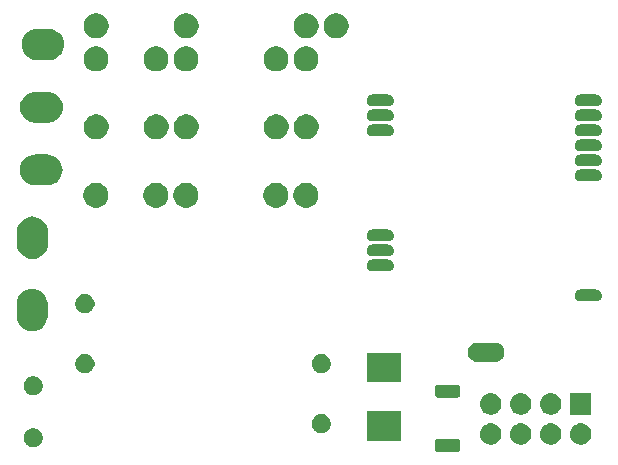
<source format=gbr>
%TF.GenerationSoftware,KiCad,Pcbnew,(5.0.2)-1*%
%TF.CreationDate,2020-06-03T15:28:38+08:00*%
%TF.ProjectId,MixRelays,4d697852-656c-4617-9973-2e6b69636164,rev?*%
%TF.SameCoordinates,Original*%
%TF.FileFunction,Soldermask,Top*%
%TF.FilePolarity,Negative*%
%FSLAX46Y46*%
G04 Gerber Fmt 4.6, Leading zero omitted, Abs format (unit mm)*
G04 Created by KiCad (PCBNEW (5.0.2)-1) date 2020-06-03 15:28:38*
%MOMM*%
%LPD*%
G01*
G04 APERTURE LIST*
%ADD10C,0.350000*%
G04 APERTURE END LIST*
D10*
G36*
X149797093Y-137004846D02*
X149836941Y-137016934D01*
X149873661Y-137036561D01*
X149905846Y-137062974D01*
X149932259Y-137095159D01*
X149951886Y-137131879D01*
X149963974Y-137171727D01*
X149968660Y-137219301D01*
X149968660Y-137883019D01*
X149963974Y-137930593D01*
X149951886Y-137970441D01*
X149932259Y-138007161D01*
X149905846Y-138039346D01*
X149873661Y-138065759D01*
X149836941Y-138085386D01*
X149797093Y-138097474D01*
X149749519Y-138102160D01*
X148085801Y-138102160D01*
X148038227Y-138097474D01*
X147998379Y-138085386D01*
X147961659Y-138065759D01*
X147929474Y-138039346D01*
X147903061Y-138007161D01*
X147883434Y-137970441D01*
X147871346Y-137930593D01*
X147866660Y-137883019D01*
X147866660Y-137219301D01*
X147871346Y-137171727D01*
X147883434Y-137131879D01*
X147903061Y-137095159D01*
X147929474Y-137062974D01*
X147961659Y-137036561D01*
X147998379Y-137016934D01*
X148038227Y-137004846D01*
X148085801Y-137000160D01*
X149749519Y-137000160D01*
X149797093Y-137004846D01*
X149797093Y-137004846D01*
G37*
G36*
X114064702Y-136134682D02*
X114212662Y-136195970D01*
X114270950Y-136234917D01*
X114345817Y-136284941D01*
X114459059Y-136398183D01*
X114485082Y-136437130D01*
X114548030Y-136531338D01*
X114609318Y-136679298D01*
X114640560Y-136836365D01*
X114640560Y-136996515D01*
X114609318Y-137153582D01*
X114548030Y-137301542D01*
X114459058Y-137434698D01*
X114345818Y-137547938D01*
X114212662Y-137636910D01*
X114064702Y-137698198D01*
X113907635Y-137729440D01*
X113747485Y-137729440D01*
X113590418Y-137698198D01*
X113442458Y-137636910D01*
X113309302Y-137547938D01*
X113196062Y-137434698D01*
X113107090Y-137301542D01*
X113045802Y-137153582D01*
X113014560Y-136996515D01*
X113014560Y-136836365D01*
X113045802Y-136679298D01*
X113107090Y-136531338D01*
X113170038Y-136437130D01*
X113196061Y-136398183D01*
X113309303Y-136284941D01*
X113384170Y-136234917D01*
X113442458Y-136195970D01*
X113590418Y-136134682D01*
X113747485Y-136103440D01*
X113907635Y-136103440D01*
X114064702Y-136134682D01*
X114064702Y-136134682D01*
G37*
G36*
X160282843Y-135694019D02*
X160349027Y-135700537D01*
X160462253Y-135734884D01*
X160518867Y-135752057D01*
X160602452Y-135796735D01*
X160675391Y-135835722D01*
X160711129Y-135865052D01*
X160812586Y-135948314D01*
X160895848Y-136049771D01*
X160925178Y-136085509D01*
X160925179Y-136085511D01*
X161008843Y-136242033D01*
X161008843Y-136242034D01*
X161060363Y-136411873D01*
X161077759Y-136588500D01*
X161060363Y-136765127D01*
X161038753Y-136836365D01*
X161008843Y-136934967D01*
X160954539Y-137036561D01*
X160925178Y-137091491D01*
X160899647Y-137122600D01*
X160812586Y-137228686D01*
X160723812Y-137301540D01*
X160675391Y-137341278D01*
X160675389Y-137341279D01*
X160518867Y-137424943D01*
X160486708Y-137434698D01*
X160349027Y-137476463D01*
X160282842Y-137482982D01*
X160216660Y-137489500D01*
X160128140Y-137489500D01*
X160061958Y-137482982D01*
X159995773Y-137476463D01*
X159858092Y-137434698D01*
X159825933Y-137424943D01*
X159669411Y-137341279D01*
X159669409Y-137341278D01*
X159620988Y-137301540D01*
X159532214Y-137228686D01*
X159445153Y-137122600D01*
X159419622Y-137091491D01*
X159390261Y-137036561D01*
X159335957Y-136934967D01*
X159306047Y-136836365D01*
X159284437Y-136765127D01*
X159267041Y-136588500D01*
X159284437Y-136411873D01*
X159335957Y-136242034D01*
X159335957Y-136242033D01*
X159419621Y-136085511D01*
X159419622Y-136085509D01*
X159448952Y-136049771D01*
X159532214Y-135948314D01*
X159633671Y-135865052D01*
X159669409Y-135835722D01*
X159742348Y-135796735D01*
X159825933Y-135752057D01*
X159882547Y-135734884D01*
X159995773Y-135700537D01*
X160061957Y-135694019D01*
X160128140Y-135687500D01*
X160216660Y-135687500D01*
X160282843Y-135694019D01*
X160282843Y-135694019D01*
G37*
G36*
X157742843Y-135694019D02*
X157809027Y-135700537D01*
X157922253Y-135734884D01*
X157978867Y-135752057D01*
X158062452Y-135796735D01*
X158135391Y-135835722D01*
X158171129Y-135865052D01*
X158272586Y-135948314D01*
X158355848Y-136049771D01*
X158385178Y-136085509D01*
X158385179Y-136085511D01*
X158468843Y-136242033D01*
X158468843Y-136242034D01*
X158520363Y-136411873D01*
X158537759Y-136588500D01*
X158520363Y-136765127D01*
X158498753Y-136836365D01*
X158468843Y-136934967D01*
X158414539Y-137036561D01*
X158385178Y-137091491D01*
X158359647Y-137122600D01*
X158272586Y-137228686D01*
X158183812Y-137301540D01*
X158135391Y-137341278D01*
X158135389Y-137341279D01*
X157978867Y-137424943D01*
X157946708Y-137434698D01*
X157809027Y-137476463D01*
X157742842Y-137482982D01*
X157676660Y-137489500D01*
X157588140Y-137489500D01*
X157521958Y-137482982D01*
X157455773Y-137476463D01*
X157318092Y-137434698D01*
X157285933Y-137424943D01*
X157129411Y-137341279D01*
X157129409Y-137341278D01*
X157080988Y-137301540D01*
X156992214Y-137228686D01*
X156905153Y-137122600D01*
X156879622Y-137091491D01*
X156850261Y-137036561D01*
X156795957Y-136934967D01*
X156766047Y-136836365D01*
X156744437Y-136765127D01*
X156727041Y-136588500D01*
X156744437Y-136411873D01*
X156795957Y-136242034D01*
X156795957Y-136242033D01*
X156879621Y-136085511D01*
X156879622Y-136085509D01*
X156908952Y-136049771D01*
X156992214Y-135948314D01*
X157093671Y-135865052D01*
X157129409Y-135835722D01*
X157202348Y-135796735D01*
X157285933Y-135752057D01*
X157342547Y-135734884D01*
X157455773Y-135700537D01*
X157521957Y-135694019D01*
X157588140Y-135687500D01*
X157676660Y-135687500D01*
X157742843Y-135694019D01*
X157742843Y-135694019D01*
G37*
G36*
X155202843Y-135694019D02*
X155269027Y-135700537D01*
X155382253Y-135734884D01*
X155438867Y-135752057D01*
X155522452Y-135796735D01*
X155595391Y-135835722D01*
X155631129Y-135865052D01*
X155732586Y-135948314D01*
X155815848Y-136049771D01*
X155845178Y-136085509D01*
X155845179Y-136085511D01*
X155928843Y-136242033D01*
X155928843Y-136242034D01*
X155980363Y-136411873D01*
X155997759Y-136588500D01*
X155980363Y-136765127D01*
X155958753Y-136836365D01*
X155928843Y-136934967D01*
X155874539Y-137036561D01*
X155845178Y-137091491D01*
X155819647Y-137122600D01*
X155732586Y-137228686D01*
X155643812Y-137301540D01*
X155595391Y-137341278D01*
X155595389Y-137341279D01*
X155438867Y-137424943D01*
X155406708Y-137434698D01*
X155269027Y-137476463D01*
X155202842Y-137482982D01*
X155136660Y-137489500D01*
X155048140Y-137489500D01*
X154981958Y-137482982D01*
X154915773Y-137476463D01*
X154778092Y-137434698D01*
X154745933Y-137424943D01*
X154589411Y-137341279D01*
X154589409Y-137341278D01*
X154540988Y-137301540D01*
X154452214Y-137228686D01*
X154365153Y-137122600D01*
X154339622Y-137091491D01*
X154310261Y-137036561D01*
X154255957Y-136934967D01*
X154226047Y-136836365D01*
X154204437Y-136765127D01*
X154187041Y-136588500D01*
X154204437Y-136411873D01*
X154255957Y-136242034D01*
X154255957Y-136242033D01*
X154339621Y-136085511D01*
X154339622Y-136085509D01*
X154368952Y-136049771D01*
X154452214Y-135948314D01*
X154553671Y-135865052D01*
X154589409Y-135835722D01*
X154662348Y-135796735D01*
X154745933Y-135752057D01*
X154802547Y-135734884D01*
X154915773Y-135700537D01*
X154981957Y-135694019D01*
X155048140Y-135687500D01*
X155136660Y-135687500D01*
X155202843Y-135694019D01*
X155202843Y-135694019D01*
G37*
G36*
X152662843Y-135694019D02*
X152729027Y-135700537D01*
X152842253Y-135734884D01*
X152898867Y-135752057D01*
X152982452Y-135796735D01*
X153055391Y-135835722D01*
X153091129Y-135865052D01*
X153192586Y-135948314D01*
X153275848Y-136049771D01*
X153305178Y-136085509D01*
X153305179Y-136085511D01*
X153388843Y-136242033D01*
X153388843Y-136242034D01*
X153440363Y-136411873D01*
X153457759Y-136588500D01*
X153440363Y-136765127D01*
X153418753Y-136836365D01*
X153388843Y-136934967D01*
X153334539Y-137036561D01*
X153305178Y-137091491D01*
X153279647Y-137122600D01*
X153192586Y-137228686D01*
X153103812Y-137301540D01*
X153055391Y-137341278D01*
X153055389Y-137341279D01*
X152898867Y-137424943D01*
X152866708Y-137434698D01*
X152729027Y-137476463D01*
X152662842Y-137482982D01*
X152596660Y-137489500D01*
X152508140Y-137489500D01*
X152441958Y-137482982D01*
X152375773Y-137476463D01*
X152238092Y-137434698D01*
X152205933Y-137424943D01*
X152049411Y-137341279D01*
X152049409Y-137341278D01*
X152000988Y-137301540D01*
X151912214Y-137228686D01*
X151825153Y-137122600D01*
X151799622Y-137091491D01*
X151770261Y-137036561D01*
X151715957Y-136934967D01*
X151686047Y-136836365D01*
X151664437Y-136765127D01*
X151647041Y-136588500D01*
X151664437Y-136411873D01*
X151715957Y-136242034D01*
X151715957Y-136242033D01*
X151799621Y-136085511D01*
X151799622Y-136085509D01*
X151828952Y-136049771D01*
X151912214Y-135948314D01*
X152013671Y-135865052D01*
X152049409Y-135835722D01*
X152122348Y-135796735D01*
X152205933Y-135752057D01*
X152262547Y-135734884D01*
X152375773Y-135700537D01*
X152441957Y-135694019D01*
X152508140Y-135687500D01*
X152596660Y-135687500D01*
X152662843Y-135694019D01*
X152662843Y-135694019D01*
G37*
G36*
X144958460Y-137158160D02*
X142056460Y-137158160D01*
X142056460Y-134656160D01*
X144958460Y-134656160D01*
X144958460Y-137158160D01*
X144958460Y-137158160D01*
G37*
G36*
X138439222Y-134934902D02*
X138587182Y-134996190D01*
X138720338Y-135085162D01*
X138833578Y-135198402D01*
X138922550Y-135331558D01*
X138983838Y-135479518D01*
X139015080Y-135636585D01*
X139015080Y-135796735D01*
X138983838Y-135953802D01*
X138936434Y-136068243D01*
X138929282Y-136085511D01*
X138922550Y-136101762D01*
X138833578Y-136234918D01*
X138720338Y-136348158D01*
X138587182Y-136437130D01*
X138439222Y-136498418D01*
X138282155Y-136529660D01*
X138122005Y-136529660D01*
X137964938Y-136498418D01*
X137816978Y-136437130D01*
X137683822Y-136348158D01*
X137570582Y-136234918D01*
X137481610Y-136101762D01*
X137474879Y-136085511D01*
X137467726Y-136068243D01*
X137420322Y-135953802D01*
X137389080Y-135796735D01*
X137389080Y-135636585D01*
X137420322Y-135479518D01*
X137481610Y-135331558D01*
X137570582Y-135198402D01*
X137683822Y-135085162D01*
X137816978Y-134996190D01*
X137964938Y-134934902D01*
X138122005Y-134903660D01*
X138282155Y-134903660D01*
X138439222Y-134934902D01*
X138439222Y-134934902D01*
G37*
G36*
X152662843Y-133154019D02*
X152729027Y-133160537D01*
X152842253Y-133194884D01*
X152898867Y-133212057D01*
X152927178Y-133227190D01*
X153055391Y-133295722D01*
X153084632Y-133319720D01*
X153192586Y-133408314D01*
X153269602Y-133502160D01*
X153305178Y-133545509D01*
X153305179Y-133545511D01*
X153388843Y-133702033D01*
X153388843Y-133702034D01*
X153440363Y-133871873D01*
X153457759Y-134048500D01*
X153440363Y-134225127D01*
X153406016Y-134338353D01*
X153388843Y-134394967D01*
X153314748Y-134533587D01*
X153305178Y-134551491D01*
X153275848Y-134587229D01*
X153192586Y-134688686D01*
X153091129Y-134771948D01*
X153055391Y-134801278D01*
X153055389Y-134801279D01*
X152898867Y-134884943D01*
X152842253Y-134902116D01*
X152729027Y-134936463D01*
X152662843Y-134942981D01*
X152596660Y-134949500D01*
X152508140Y-134949500D01*
X152441957Y-134942981D01*
X152375773Y-134936463D01*
X152262547Y-134902116D01*
X152205933Y-134884943D01*
X152049411Y-134801279D01*
X152049409Y-134801278D01*
X152013671Y-134771948D01*
X151912214Y-134688686D01*
X151828952Y-134587229D01*
X151799622Y-134551491D01*
X151790052Y-134533587D01*
X151715957Y-134394967D01*
X151698784Y-134338353D01*
X151664437Y-134225127D01*
X151647041Y-134048500D01*
X151664437Y-133871873D01*
X151715957Y-133702034D01*
X151715957Y-133702033D01*
X151799621Y-133545511D01*
X151799622Y-133545509D01*
X151835198Y-133502160D01*
X151912214Y-133408314D01*
X152020168Y-133319720D01*
X152049409Y-133295722D01*
X152177622Y-133227190D01*
X152205933Y-133212057D01*
X152262547Y-133194884D01*
X152375773Y-133160537D01*
X152441957Y-133154019D01*
X152508140Y-133147500D01*
X152596660Y-133147500D01*
X152662843Y-133154019D01*
X152662843Y-133154019D01*
G37*
G36*
X161073400Y-134949500D02*
X159271400Y-134949500D01*
X159271400Y-133147500D01*
X161073400Y-133147500D01*
X161073400Y-134949500D01*
X161073400Y-134949500D01*
G37*
G36*
X157742843Y-133154019D02*
X157809027Y-133160537D01*
X157922253Y-133194884D01*
X157978867Y-133212057D01*
X158007178Y-133227190D01*
X158135391Y-133295722D01*
X158164632Y-133319720D01*
X158272586Y-133408314D01*
X158349602Y-133502160D01*
X158385178Y-133545509D01*
X158385179Y-133545511D01*
X158468843Y-133702033D01*
X158468843Y-133702034D01*
X158520363Y-133871873D01*
X158537759Y-134048500D01*
X158520363Y-134225127D01*
X158486016Y-134338353D01*
X158468843Y-134394967D01*
X158394748Y-134533587D01*
X158385178Y-134551491D01*
X158355848Y-134587229D01*
X158272586Y-134688686D01*
X158171129Y-134771948D01*
X158135391Y-134801278D01*
X158135389Y-134801279D01*
X157978867Y-134884943D01*
X157922253Y-134902116D01*
X157809027Y-134936463D01*
X157742843Y-134942981D01*
X157676660Y-134949500D01*
X157588140Y-134949500D01*
X157521957Y-134942981D01*
X157455773Y-134936463D01*
X157342547Y-134902116D01*
X157285933Y-134884943D01*
X157129411Y-134801279D01*
X157129409Y-134801278D01*
X157093671Y-134771948D01*
X156992214Y-134688686D01*
X156908952Y-134587229D01*
X156879622Y-134551491D01*
X156870052Y-134533587D01*
X156795957Y-134394967D01*
X156778784Y-134338353D01*
X156744437Y-134225127D01*
X156727041Y-134048500D01*
X156744437Y-133871873D01*
X156795957Y-133702034D01*
X156795957Y-133702033D01*
X156879621Y-133545511D01*
X156879622Y-133545509D01*
X156915198Y-133502160D01*
X156992214Y-133408314D01*
X157100168Y-133319720D01*
X157129409Y-133295722D01*
X157257622Y-133227190D01*
X157285933Y-133212057D01*
X157342547Y-133194884D01*
X157455773Y-133160537D01*
X157521957Y-133154019D01*
X157588140Y-133147500D01*
X157676660Y-133147500D01*
X157742843Y-133154019D01*
X157742843Y-133154019D01*
G37*
G36*
X155202843Y-133154019D02*
X155269027Y-133160537D01*
X155382253Y-133194884D01*
X155438867Y-133212057D01*
X155467178Y-133227190D01*
X155595391Y-133295722D01*
X155624632Y-133319720D01*
X155732586Y-133408314D01*
X155809602Y-133502160D01*
X155845178Y-133545509D01*
X155845179Y-133545511D01*
X155928843Y-133702033D01*
X155928843Y-133702034D01*
X155980363Y-133871873D01*
X155997759Y-134048500D01*
X155980363Y-134225127D01*
X155946016Y-134338353D01*
X155928843Y-134394967D01*
X155854748Y-134533587D01*
X155845178Y-134551491D01*
X155815848Y-134587229D01*
X155732586Y-134688686D01*
X155631129Y-134771948D01*
X155595391Y-134801278D01*
X155595389Y-134801279D01*
X155438867Y-134884943D01*
X155382253Y-134902116D01*
X155269027Y-134936463D01*
X155202843Y-134942981D01*
X155136660Y-134949500D01*
X155048140Y-134949500D01*
X154981957Y-134942981D01*
X154915773Y-134936463D01*
X154802547Y-134902116D01*
X154745933Y-134884943D01*
X154589411Y-134801279D01*
X154589409Y-134801278D01*
X154553671Y-134771948D01*
X154452214Y-134688686D01*
X154368952Y-134587229D01*
X154339622Y-134551491D01*
X154330052Y-134533587D01*
X154255957Y-134394967D01*
X154238784Y-134338353D01*
X154204437Y-134225127D01*
X154187041Y-134048500D01*
X154204437Y-133871873D01*
X154255957Y-133702034D01*
X154255957Y-133702033D01*
X154339621Y-133545511D01*
X154339622Y-133545509D01*
X154375198Y-133502160D01*
X154452214Y-133408314D01*
X154560168Y-133319720D01*
X154589409Y-133295722D01*
X154717622Y-133227190D01*
X154745933Y-133212057D01*
X154802547Y-133194884D01*
X154915773Y-133160537D01*
X154981957Y-133154019D01*
X155048140Y-133147500D01*
X155136660Y-133147500D01*
X155202843Y-133154019D01*
X155202843Y-133154019D01*
G37*
G36*
X149797093Y-132404846D02*
X149836941Y-132416934D01*
X149873661Y-132436561D01*
X149905846Y-132462974D01*
X149932259Y-132495159D01*
X149951886Y-132531879D01*
X149963974Y-132571727D01*
X149968660Y-132619301D01*
X149968660Y-133283019D01*
X149963974Y-133330593D01*
X149951886Y-133370441D01*
X149932259Y-133407161D01*
X149905846Y-133439346D01*
X149873661Y-133465759D01*
X149836941Y-133485386D01*
X149797093Y-133497474D01*
X149749519Y-133502160D01*
X148085801Y-133502160D01*
X148038227Y-133497474D01*
X147998379Y-133485386D01*
X147961659Y-133465759D01*
X147929474Y-133439346D01*
X147903061Y-133407161D01*
X147883434Y-133370441D01*
X147871346Y-133330593D01*
X147866660Y-133283019D01*
X147866660Y-132619301D01*
X147871346Y-132571727D01*
X147883434Y-132531879D01*
X147903061Y-132495159D01*
X147929474Y-132462974D01*
X147961659Y-132436561D01*
X147998379Y-132416934D01*
X148038227Y-132404846D01*
X148085801Y-132400160D01*
X149749519Y-132400160D01*
X149797093Y-132404846D01*
X149797093Y-132404846D01*
G37*
G36*
X114064702Y-131724962D02*
X114212662Y-131786250D01*
X114345818Y-131875222D01*
X114459058Y-131988462D01*
X114548030Y-132121618D01*
X114609318Y-132269578D01*
X114640560Y-132426645D01*
X114640560Y-132586795D01*
X114609318Y-132743862D01*
X114561914Y-132858303D01*
X114548031Y-132891820D01*
X114459059Y-133024977D01*
X114345817Y-133138219D01*
X114279690Y-133182403D01*
X114212662Y-133227190D01*
X114064702Y-133288478D01*
X113907635Y-133319720D01*
X113747485Y-133319720D01*
X113590418Y-133288478D01*
X113442458Y-133227190D01*
X113375430Y-133182403D01*
X113309303Y-133138219D01*
X113196061Y-133024977D01*
X113107089Y-132891820D01*
X113093206Y-132858303D01*
X113045802Y-132743862D01*
X113014560Y-132586795D01*
X113014560Y-132426645D01*
X113045802Y-132269578D01*
X113107090Y-132121618D01*
X113196062Y-131988462D01*
X113309302Y-131875222D01*
X113442458Y-131786250D01*
X113590418Y-131724962D01*
X113747485Y-131693720D01*
X113907635Y-131693720D01*
X114064702Y-131724962D01*
X114064702Y-131724962D01*
G37*
G36*
X144958460Y-132198160D02*
X142056460Y-132198160D01*
X142056460Y-129696160D01*
X144958460Y-129696160D01*
X144958460Y-132198160D01*
X144958460Y-132198160D01*
G37*
G36*
X138439222Y-129854902D02*
X138587182Y-129916190D01*
X138720338Y-130005162D01*
X138833578Y-130118402D01*
X138922550Y-130251558D01*
X138983838Y-130399518D01*
X139015080Y-130556585D01*
X139015080Y-130716735D01*
X138983838Y-130873802D01*
X138922550Y-131021762D01*
X138833578Y-131154918D01*
X138720338Y-131268158D01*
X138587182Y-131357130D01*
X138439222Y-131418418D01*
X138282155Y-131449660D01*
X138122005Y-131449660D01*
X137964938Y-131418418D01*
X137816978Y-131357130D01*
X137683822Y-131268158D01*
X137570582Y-131154918D01*
X137481610Y-131021762D01*
X137420322Y-130873802D01*
X137389080Y-130716735D01*
X137389080Y-130556585D01*
X137420322Y-130399518D01*
X137481610Y-130251558D01*
X137570582Y-130118402D01*
X137683822Y-130005162D01*
X137816978Y-129916190D01*
X137964938Y-129854902D01*
X138122005Y-129823660D01*
X138282155Y-129823660D01*
X138439222Y-129854902D01*
X138439222Y-129854902D01*
G37*
G36*
X118439222Y-129854902D02*
X118587182Y-129916190D01*
X118720338Y-130005162D01*
X118833578Y-130118402D01*
X118922550Y-130251558D01*
X118983838Y-130399518D01*
X119015080Y-130556585D01*
X119015080Y-130716735D01*
X118983838Y-130873802D01*
X118922550Y-131021762D01*
X118833578Y-131154918D01*
X118720338Y-131268158D01*
X118587182Y-131357130D01*
X118439222Y-131418418D01*
X118282155Y-131449660D01*
X118122005Y-131449660D01*
X117964938Y-131418418D01*
X117816978Y-131357130D01*
X117683822Y-131268158D01*
X117570582Y-131154918D01*
X117481610Y-131021762D01*
X117420322Y-130873802D01*
X117389080Y-130716735D01*
X117389080Y-130556585D01*
X117420322Y-130399518D01*
X117481610Y-130251558D01*
X117570582Y-130118402D01*
X117683822Y-130005162D01*
X117816978Y-129916190D01*
X117964938Y-129854902D01*
X118122005Y-129823660D01*
X118282155Y-129823660D01*
X118439222Y-129854902D01*
X118439222Y-129854902D01*
G37*
G36*
X152986607Y-128855381D02*
X153066236Y-128863224D01*
X153168403Y-128894216D01*
X153219488Y-128909712D01*
X153360725Y-128985205D01*
X153484519Y-129086801D01*
X153586115Y-129210595D01*
X153661608Y-129351832D01*
X153661608Y-129351833D01*
X153708096Y-129505084D01*
X153723793Y-129664460D01*
X153708096Y-129823836D01*
X153698672Y-129854902D01*
X153661608Y-129977088D01*
X153586115Y-130118325D01*
X153484519Y-130242119D01*
X153360725Y-130343715D01*
X153219488Y-130419208D01*
X153168403Y-130434704D01*
X153066236Y-130465696D01*
X152986607Y-130473539D01*
X152946794Y-130477460D01*
X151390926Y-130477460D01*
X151351113Y-130473539D01*
X151271484Y-130465696D01*
X151169317Y-130434704D01*
X151118232Y-130419208D01*
X150976995Y-130343715D01*
X150853201Y-130242119D01*
X150751605Y-130118325D01*
X150676112Y-129977088D01*
X150639048Y-129854902D01*
X150629624Y-129823836D01*
X150613927Y-129664460D01*
X150629624Y-129505084D01*
X150676112Y-129351833D01*
X150676112Y-129351832D01*
X150751605Y-129210595D01*
X150853201Y-129086801D01*
X150976995Y-128985205D01*
X151118232Y-128909712D01*
X151169317Y-128894216D01*
X151271484Y-128863224D01*
X151351113Y-128855381D01*
X151390926Y-128851460D01*
X152946794Y-128851460D01*
X152986607Y-128855381D01*
X152986607Y-128855381D01*
G37*
G36*
X113991160Y-124303425D02*
X114236400Y-124377818D01*
X114236402Y-124377819D01*
X114462416Y-124498626D01*
X114660517Y-124661203D01*
X114823094Y-124859304D01*
X114918824Y-125038402D01*
X114943902Y-125085320D01*
X115018295Y-125330560D01*
X115037120Y-125521695D01*
X115037120Y-126649505D01*
X115018295Y-126840640D01*
X114943902Y-127085880D01*
X114823096Y-127311893D01*
X114823094Y-127311895D01*
X114660516Y-127509997D01*
X114462415Y-127672574D01*
X114462413Y-127672575D01*
X114236399Y-127793382D01*
X113991159Y-127867775D01*
X113736120Y-127892894D01*
X113481080Y-127867775D01*
X113235840Y-127793382D01*
X113009826Y-127672575D01*
X112974302Y-127643421D01*
X112811723Y-127509996D01*
X112649146Y-127311895D01*
X112528339Y-127085881D01*
X112528338Y-127085879D01*
X112453945Y-126840639D01*
X112435120Y-126649504D01*
X112435120Y-125521695D01*
X112453945Y-125330560D01*
X112528338Y-125085320D01*
X112649145Y-124859306D01*
X112668117Y-124836189D01*
X112811724Y-124661203D01*
X113009825Y-124498626D01*
X113235839Y-124377819D01*
X113235841Y-124377818D01*
X113481081Y-124303425D01*
X113736120Y-124278306D01*
X113991160Y-124303425D01*
X113991160Y-124303425D01*
G37*
G36*
X118439222Y-124774902D02*
X118587182Y-124836190D01*
X118720338Y-124925162D01*
X118833578Y-125038402D01*
X118922550Y-125171558D01*
X118983838Y-125319518D01*
X119015080Y-125476585D01*
X119015080Y-125636735D01*
X118983838Y-125793802D01*
X118922550Y-125941762D01*
X118833578Y-126074918D01*
X118720338Y-126188158D01*
X118587182Y-126277130D01*
X118439222Y-126338418D01*
X118282155Y-126369660D01*
X118122005Y-126369660D01*
X117964938Y-126338418D01*
X117816978Y-126277130D01*
X117683822Y-126188158D01*
X117570582Y-126074918D01*
X117481610Y-125941762D01*
X117420322Y-125793802D01*
X117389080Y-125636735D01*
X117389080Y-125476585D01*
X117420322Y-125319518D01*
X117481610Y-125171558D01*
X117570582Y-125038402D01*
X117683822Y-124925162D01*
X117816978Y-124836190D01*
X117964938Y-124774902D01*
X118122005Y-124743660D01*
X118282155Y-124743660D01*
X118439222Y-124774902D01*
X118439222Y-124774902D01*
G37*
G36*
X161557053Y-124359949D02*
X161651492Y-124388597D01*
X161738527Y-124435118D01*
X161814815Y-124497725D01*
X161877422Y-124574013D01*
X161923943Y-124661048D01*
X161952591Y-124755487D01*
X161962264Y-124853700D01*
X161952591Y-124951913D01*
X161923943Y-125046352D01*
X161877422Y-125133387D01*
X161814815Y-125209675D01*
X161738527Y-125272282D01*
X161651492Y-125318803D01*
X161557053Y-125347451D01*
X161483452Y-125354700D01*
X160134228Y-125354700D01*
X160060627Y-125347451D01*
X159966188Y-125318803D01*
X159879153Y-125272282D01*
X159802865Y-125209675D01*
X159740258Y-125133387D01*
X159693737Y-125046352D01*
X159665089Y-124951913D01*
X159655416Y-124853700D01*
X159665089Y-124755487D01*
X159693737Y-124661048D01*
X159740258Y-124574013D01*
X159802865Y-124497725D01*
X159879153Y-124435118D01*
X159966188Y-124388597D01*
X160060627Y-124359949D01*
X160134228Y-124352700D01*
X161483452Y-124352700D01*
X161557053Y-124359949D01*
X161557053Y-124359949D01*
G37*
G36*
X143957053Y-121819949D02*
X144051492Y-121848597D01*
X144138527Y-121895118D01*
X144214815Y-121957725D01*
X144277422Y-122034013D01*
X144323943Y-122121048D01*
X144352591Y-122215487D01*
X144362264Y-122313700D01*
X144352591Y-122411913D01*
X144323943Y-122506352D01*
X144277422Y-122593387D01*
X144214815Y-122669675D01*
X144138527Y-122732282D01*
X144051492Y-122778803D01*
X143957053Y-122807451D01*
X143883452Y-122814700D01*
X142534228Y-122814700D01*
X142460627Y-122807451D01*
X142366188Y-122778803D01*
X142279153Y-122732282D01*
X142202865Y-122669675D01*
X142140258Y-122593387D01*
X142093737Y-122506352D01*
X142065089Y-122411913D01*
X142055416Y-122313700D01*
X142065089Y-122215487D01*
X142093737Y-122121048D01*
X142140258Y-122034013D01*
X142202865Y-121957725D01*
X142279153Y-121895118D01*
X142366188Y-121848597D01*
X142460627Y-121819949D01*
X142534228Y-121812700D01*
X143883452Y-121812700D01*
X143957053Y-121819949D01*
X143957053Y-121819949D01*
G37*
G36*
X114016560Y-118192185D02*
X114261800Y-118266578D01*
X114261802Y-118266579D01*
X114487816Y-118387386D01*
X114685917Y-118549963D01*
X114848494Y-118748064D01*
X114848495Y-118748066D01*
X114969302Y-118974080D01*
X115043695Y-119219320D01*
X115062520Y-119410455D01*
X115062520Y-120538265D01*
X115043695Y-120729400D01*
X114969302Y-120974640D01*
X114848496Y-121200653D01*
X114848494Y-121200655D01*
X114685916Y-121398757D01*
X114487815Y-121561334D01*
X114487813Y-121561335D01*
X114261799Y-121682142D01*
X114016559Y-121756535D01*
X113761520Y-121781654D01*
X113506480Y-121756535D01*
X113261240Y-121682142D01*
X113035226Y-121561335D01*
X112914530Y-121462282D01*
X112837123Y-121398756D01*
X112674546Y-121200655D01*
X112553739Y-120974641D01*
X112553738Y-120974639D01*
X112479345Y-120729399D01*
X112460520Y-120538264D01*
X112460520Y-119410455D01*
X112479345Y-119219320D01*
X112553738Y-118974080D01*
X112674545Y-118748066D01*
X112689122Y-118730304D01*
X112837124Y-118549963D01*
X113035225Y-118387386D01*
X113261239Y-118266579D01*
X113261241Y-118266578D01*
X113506481Y-118192185D01*
X113761520Y-118167066D01*
X114016560Y-118192185D01*
X114016560Y-118192185D01*
G37*
G36*
X143957053Y-120549949D02*
X144051492Y-120578597D01*
X144138527Y-120625118D01*
X144214815Y-120687725D01*
X144277422Y-120764013D01*
X144323943Y-120851048D01*
X144352591Y-120945487D01*
X144362264Y-121043700D01*
X144352591Y-121141913D01*
X144323943Y-121236352D01*
X144277422Y-121323387D01*
X144214815Y-121399675D01*
X144138527Y-121462282D01*
X144051492Y-121508803D01*
X143957053Y-121537451D01*
X143883452Y-121544700D01*
X142534228Y-121544700D01*
X142460627Y-121537451D01*
X142366188Y-121508803D01*
X142279153Y-121462282D01*
X142202865Y-121399675D01*
X142140258Y-121323387D01*
X142093737Y-121236352D01*
X142065089Y-121141913D01*
X142055416Y-121043700D01*
X142065089Y-120945487D01*
X142093737Y-120851048D01*
X142140258Y-120764013D01*
X142202865Y-120687725D01*
X142279153Y-120625118D01*
X142366188Y-120578597D01*
X142460627Y-120549949D01*
X142534228Y-120542700D01*
X143883452Y-120542700D01*
X143957053Y-120549949D01*
X143957053Y-120549949D01*
G37*
G36*
X143957053Y-119279949D02*
X144051492Y-119308597D01*
X144138527Y-119355118D01*
X144214815Y-119417725D01*
X144277422Y-119494013D01*
X144323943Y-119581048D01*
X144352591Y-119675487D01*
X144362264Y-119773700D01*
X144352591Y-119871913D01*
X144323943Y-119966352D01*
X144277422Y-120053387D01*
X144214815Y-120129675D01*
X144138527Y-120192282D01*
X144051492Y-120238803D01*
X143957053Y-120267451D01*
X143883452Y-120274700D01*
X142534228Y-120274700D01*
X142460627Y-120267451D01*
X142366188Y-120238803D01*
X142279153Y-120192282D01*
X142202865Y-120129675D01*
X142140258Y-120053387D01*
X142093737Y-119966352D01*
X142065089Y-119871913D01*
X142055416Y-119773700D01*
X142065089Y-119675487D01*
X142093737Y-119581048D01*
X142140258Y-119494013D01*
X142202865Y-119417725D01*
X142279153Y-119355118D01*
X142366188Y-119308597D01*
X142460627Y-119279949D01*
X142534228Y-119272700D01*
X143883452Y-119272700D01*
X143957053Y-119279949D01*
X143957053Y-119279949D01*
G37*
G36*
X134679065Y-115363449D02*
X134870334Y-115442675D01*
X135042476Y-115557697D01*
X135188863Y-115704084D01*
X135303885Y-115876226D01*
X135383111Y-116067495D01*
X135423500Y-116270544D01*
X135423500Y-116477576D01*
X135383111Y-116680625D01*
X135303885Y-116871894D01*
X135188863Y-117044036D01*
X135042476Y-117190423D01*
X134870334Y-117305445D01*
X134679065Y-117384671D01*
X134476016Y-117425060D01*
X134268984Y-117425060D01*
X134065935Y-117384671D01*
X133874666Y-117305445D01*
X133702524Y-117190423D01*
X133556137Y-117044036D01*
X133441115Y-116871894D01*
X133361889Y-116680625D01*
X133321500Y-116477576D01*
X133321500Y-116270544D01*
X133361889Y-116067495D01*
X133441115Y-115876226D01*
X133556137Y-115704084D01*
X133702524Y-115557697D01*
X133874666Y-115442675D01*
X134065935Y-115363449D01*
X134268984Y-115323060D01*
X134476016Y-115323060D01*
X134679065Y-115363449D01*
X134679065Y-115363449D01*
G37*
G36*
X127059065Y-115363449D02*
X127250334Y-115442675D01*
X127422476Y-115557697D01*
X127568863Y-115704084D01*
X127683885Y-115876226D01*
X127763111Y-116067495D01*
X127803500Y-116270544D01*
X127803500Y-116477576D01*
X127763111Y-116680625D01*
X127683885Y-116871894D01*
X127568863Y-117044036D01*
X127422476Y-117190423D01*
X127250334Y-117305445D01*
X127059065Y-117384671D01*
X126856016Y-117425060D01*
X126648984Y-117425060D01*
X126445935Y-117384671D01*
X126254666Y-117305445D01*
X126082524Y-117190423D01*
X125936137Y-117044036D01*
X125821115Y-116871894D01*
X125741889Y-116680625D01*
X125701500Y-116477576D01*
X125701500Y-116270544D01*
X125741889Y-116067495D01*
X125821115Y-115876226D01*
X125936137Y-115704084D01*
X126082524Y-115557697D01*
X126254666Y-115442675D01*
X126445935Y-115363449D01*
X126648984Y-115323060D01*
X126856016Y-115323060D01*
X127059065Y-115363449D01*
X127059065Y-115363449D01*
G37*
G36*
X119439065Y-115363449D02*
X119630334Y-115442675D01*
X119802476Y-115557697D01*
X119948863Y-115704084D01*
X120063885Y-115876226D01*
X120143111Y-116067495D01*
X120183500Y-116270544D01*
X120183500Y-116477576D01*
X120143111Y-116680625D01*
X120063885Y-116871894D01*
X119948863Y-117044036D01*
X119802476Y-117190423D01*
X119630334Y-117305445D01*
X119439065Y-117384671D01*
X119236016Y-117425060D01*
X119028984Y-117425060D01*
X118825935Y-117384671D01*
X118634666Y-117305445D01*
X118462524Y-117190423D01*
X118316137Y-117044036D01*
X118201115Y-116871894D01*
X118121889Y-116680625D01*
X118081500Y-116477576D01*
X118081500Y-116270544D01*
X118121889Y-116067495D01*
X118201115Y-115876226D01*
X118316137Y-115704084D01*
X118462524Y-115557697D01*
X118634666Y-115442675D01*
X118825935Y-115363449D01*
X119028984Y-115323060D01*
X119236016Y-115323060D01*
X119439065Y-115363449D01*
X119439065Y-115363449D01*
G37*
G36*
X137219065Y-115363449D02*
X137410334Y-115442675D01*
X137582476Y-115557697D01*
X137728863Y-115704084D01*
X137843885Y-115876226D01*
X137923111Y-116067495D01*
X137963500Y-116270544D01*
X137963500Y-116477576D01*
X137923111Y-116680625D01*
X137843885Y-116871894D01*
X137728863Y-117044036D01*
X137582476Y-117190423D01*
X137410334Y-117305445D01*
X137219065Y-117384671D01*
X137016016Y-117425060D01*
X136808984Y-117425060D01*
X136605935Y-117384671D01*
X136414666Y-117305445D01*
X136242524Y-117190423D01*
X136096137Y-117044036D01*
X135981115Y-116871894D01*
X135901889Y-116680625D01*
X135861500Y-116477576D01*
X135861500Y-116270544D01*
X135901889Y-116067495D01*
X135981115Y-115876226D01*
X136096137Y-115704084D01*
X136242524Y-115557697D01*
X136414666Y-115442675D01*
X136605935Y-115363449D01*
X136808984Y-115323060D01*
X137016016Y-115323060D01*
X137219065Y-115363449D01*
X137219065Y-115363449D01*
G37*
G36*
X124519065Y-115363449D02*
X124710334Y-115442675D01*
X124882476Y-115557697D01*
X125028863Y-115704084D01*
X125143885Y-115876226D01*
X125223111Y-116067495D01*
X125263500Y-116270544D01*
X125263500Y-116477576D01*
X125223111Y-116680625D01*
X125143885Y-116871894D01*
X125028863Y-117044036D01*
X124882476Y-117190423D01*
X124710334Y-117305445D01*
X124519065Y-117384671D01*
X124316016Y-117425060D01*
X124108984Y-117425060D01*
X123905935Y-117384671D01*
X123714666Y-117305445D01*
X123542524Y-117190423D01*
X123396137Y-117044036D01*
X123281115Y-116871894D01*
X123201889Y-116680625D01*
X123161500Y-116477576D01*
X123161500Y-116270544D01*
X123201889Y-116067495D01*
X123281115Y-115876226D01*
X123396137Y-115704084D01*
X123542524Y-115557697D01*
X123714666Y-115442675D01*
X123905935Y-115363449D01*
X124108984Y-115323060D01*
X124316016Y-115323060D01*
X124519065Y-115363449D01*
X124519065Y-115363449D01*
G37*
G36*
X115114889Y-112927506D02*
X115258240Y-112941625D01*
X115503480Y-113016018D01*
X115503482Y-113016019D01*
X115729496Y-113136826D01*
X115927597Y-113299403D01*
X116090174Y-113497504D01*
X116090175Y-113497506D01*
X116210982Y-113723520D01*
X116285375Y-113968760D01*
X116310494Y-114223800D01*
X116285375Y-114478840D01*
X116210982Y-114724080D01*
X116210981Y-114724082D01*
X116090174Y-114950096D01*
X115927597Y-115148197D01*
X115729496Y-115310774D01*
X115630948Y-115363449D01*
X115503480Y-115431582D01*
X115258240Y-115505975D01*
X115114889Y-115520094D01*
X115067106Y-115524800D01*
X113939294Y-115524800D01*
X113891511Y-115520094D01*
X113748160Y-115505975D01*
X113502920Y-115431582D01*
X113375452Y-115363449D01*
X113276904Y-115310774D01*
X113078803Y-115148197D01*
X112916226Y-114950096D01*
X112795419Y-114724082D01*
X112795418Y-114724080D01*
X112721025Y-114478840D01*
X112695906Y-114223800D01*
X112721025Y-113968760D01*
X112795418Y-113723520D01*
X112916225Y-113497506D01*
X112916226Y-113497504D01*
X113078803Y-113299403D01*
X113276904Y-113136826D01*
X113502918Y-113016019D01*
X113502920Y-113016018D01*
X113748160Y-112941625D01*
X113891511Y-112927506D01*
X113939294Y-112922800D01*
X115067106Y-112922800D01*
X115114889Y-112927506D01*
X115114889Y-112927506D01*
G37*
G36*
X161557053Y-114199949D02*
X161651492Y-114228597D01*
X161738527Y-114275118D01*
X161814815Y-114337725D01*
X161877422Y-114414013D01*
X161923943Y-114501048D01*
X161952591Y-114595487D01*
X161962264Y-114693700D01*
X161952591Y-114791913D01*
X161923943Y-114886352D01*
X161877422Y-114973387D01*
X161814815Y-115049675D01*
X161738527Y-115112282D01*
X161651492Y-115158803D01*
X161557053Y-115187451D01*
X161483452Y-115194700D01*
X160134228Y-115194700D01*
X160060627Y-115187451D01*
X159966188Y-115158803D01*
X159879153Y-115112282D01*
X159802865Y-115049675D01*
X159740258Y-114973387D01*
X159693737Y-114886352D01*
X159665089Y-114791913D01*
X159655416Y-114693700D01*
X159665089Y-114595487D01*
X159693737Y-114501048D01*
X159740258Y-114414013D01*
X159802865Y-114337725D01*
X159879153Y-114275118D01*
X159966188Y-114228597D01*
X160060627Y-114199949D01*
X160134228Y-114192700D01*
X161483452Y-114192700D01*
X161557053Y-114199949D01*
X161557053Y-114199949D01*
G37*
G36*
X161557053Y-112929949D02*
X161651492Y-112958597D01*
X161738527Y-113005118D01*
X161814815Y-113067725D01*
X161877422Y-113144013D01*
X161923943Y-113231048D01*
X161952591Y-113325487D01*
X161962264Y-113423700D01*
X161952591Y-113521913D01*
X161923943Y-113616352D01*
X161877422Y-113703387D01*
X161814815Y-113779675D01*
X161738527Y-113842282D01*
X161651492Y-113888803D01*
X161557053Y-113917451D01*
X161483452Y-113924700D01*
X160134228Y-113924700D01*
X160060627Y-113917451D01*
X159966188Y-113888803D01*
X159879153Y-113842282D01*
X159802865Y-113779675D01*
X159740258Y-113703387D01*
X159693737Y-113616352D01*
X159665089Y-113521913D01*
X159655416Y-113423700D01*
X159665089Y-113325487D01*
X159693737Y-113231048D01*
X159740258Y-113144013D01*
X159802865Y-113067725D01*
X159879153Y-113005118D01*
X159966188Y-112958597D01*
X160060627Y-112929949D01*
X160134228Y-112922700D01*
X161483452Y-112922700D01*
X161557053Y-112929949D01*
X161557053Y-112929949D01*
G37*
G36*
X161557053Y-111659949D02*
X161651492Y-111688597D01*
X161738527Y-111735118D01*
X161814815Y-111797725D01*
X161877422Y-111874013D01*
X161923943Y-111961048D01*
X161952591Y-112055487D01*
X161962264Y-112153700D01*
X161952591Y-112251913D01*
X161923943Y-112346352D01*
X161877422Y-112433387D01*
X161814815Y-112509675D01*
X161738527Y-112572282D01*
X161651492Y-112618803D01*
X161557053Y-112647451D01*
X161483452Y-112654700D01*
X160134228Y-112654700D01*
X160060627Y-112647451D01*
X159966188Y-112618803D01*
X159879153Y-112572282D01*
X159802865Y-112509675D01*
X159740258Y-112433387D01*
X159693737Y-112346352D01*
X159665089Y-112251913D01*
X159655416Y-112153700D01*
X159665089Y-112055487D01*
X159693737Y-111961048D01*
X159740258Y-111874013D01*
X159802865Y-111797725D01*
X159879153Y-111735118D01*
X159966188Y-111688597D01*
X160060627Y-111659949D01*
X160134228Y-111652700D01*
X161483452Y-111652700D01*
X161557053Y-111659949D01*
X161557053Y-111659949D01*
G37*
G36*
X119468125Y-109555589D02*
X119659394Y-109634815D01*
X119831536Y-109749837D01*
X119977923Y-109896224D01*
X120092945Y-110068366D01*
X120172171Y-110259635D01*
X120212560Y-110462684D01*
X120212560Y-110669716D01*
X120172171Y-110872765D01*
X120092945Y-111064034D01*
X119977923Y-111236176D01*
X119831536Y-111382563D01*
X119659394Y-111497585D01*
X119468125Y-111576811D01*
X119265076Y-111617200D01*
X119058044Y-111617200D01*
X118854995Y-111576811D01*
X118663726Y-111497585D01*
X118491584Y-111382563D01*
X118345197Y-111236176D01*
X118230175Y-111064034D01*
X118150949Y-110872765D01*
X118110560Y-110669716D01*
X118110560Y-110462684D01*
X118150949Y-110259635D01*
X118230175Y-110068366D01*
X118345197Y-109896224D01*
X118491584Y-109749837D01*
X118663726Y-109634815D01*
X118854995Y-109555589D01*
X119058044Y-109515200D01*
X119265076Y-109515200D01*
X119468125Y-109555589D01*
X119468125Y-109555589D01*
G37*
G36*
X134708125Y-109555589D02*
X134899394Y-109634815D01*
X135071536Y-109749837D01*
X135217923Y-109896224D01*
X135332945Y-110068366D01*
X135412171Y-110259635D01*
X135452560Y-110462684D01*
X135452560Y-110669716D01*
X135412171Y-110872765D01*
X135332945Y-111064034D01*
X135217923Y-111236176D01*
X135071536Y-111382563D01*
X134899394Y-111497585D01*
X134708125Y-111576811D01*
X134505076Y-111617200D01*
X134298044Y-111617200D01*
X134094995Y-111576811D01*
X133903726Y-111497585D01*
X133731584Y-111382563D01*
X133585197Y-111236176D01*
X133470175Y-111064034D01*
X133390949Y-110872765D01*
X133350560Y-110669716D01*
X133350560Y-110462684D01*
X133390949Y-110259635D01*
X133470175Y-110068366D01*
X133585197Y-109896224D01*
X133731584Y-109749837D01*
X133903726Y-109634815D01*
X134094995Y-109555589D01*
X134298044Y-109515200D01*
X134505076Y-109515200D01*
X134708125Y-109555589D01*
X134708125Y-109555589D01*
G37*
G36*
X137248125Y-109555589D02*
X137439394Y-109634815D01*
X137611536Y-109749837D01*
X137757923Y-109896224D01*
X137872945Y-110068366D01*
X137952171Y-110259635D01*
X137992560Y-110462684D01*
X137992560Y-110669716D01*
X137952171Y-110872765D01*
X137872945Y-111064034D01*
X137757923Y-111236176D01*
X137611536Y-111382563D01*
X137439394Y-111497585D01*
X137248125Y-111576811D01*
X137045076Y-111617200D01*
X136838044Y-111617200D01*
X136634995Y-111576811D01*
X136443726Y-111497585D01*
X136271584Y-111382563D01*
X136125197Y-111236176D01*
X136010175Y-111064034D01*
X135930949Y-110872765D01*
X135890560Y-110669716D01*
X135890560Y-110462684D01*
X135930949Y-110259635D01*
X136010175Y-110068366D01*
X136125197Y-109896224D01*
X136271584Y-109749837D01*
X136443726Y-109634815D01*
X136634995Y-109555589D01*
X136838044Y-109515200D01*
X137045076Y-109515200D01*
X137248125Y-109555589D01*
X137248125Y-109555589D01*
G37*
G36*
X124548125Y-109555589D02*
X124739394Y-109634815D01*
X124911536Y-109749837D01*
X125057923Y-109896224D01*
X125172945Y-110068366D01*
X125252171Y-110259635D01*
X125292560Y-110462684D01*
X125292560Y-110669716D01*
X125252171Y-110872765D01*
X125172945Y-111064034D01*
X125057923Y-111236176D01*
X124911536Y-111382563D01*
X124739394Y-111497585D01*
X124548125Y-111576811D01*
X124345076Y-111617200D01*
X124138044Y-111617200D01*
X123934995Y-111576811D01*
X123743726Y-111497585D01*
X123571584Y-111382563D01*
X123425197Y-111236176D01*
X123310175Y-111064034D01*
X123230949Y-110872765D01*
X123190560Y-110669716D01*
X123190560Y-110462684D01*
X123230949Y-110259635D01*
X123310175Y-110068366D01*
X123425197Y-109896224D01*
X123571584Y-109749837D01*
X123743726Y-109634815D01*
X123934995Y-109555589D01*
X124138044Y-109515200D01*
X124345076Y-109515200D01*
X124548125Y-109555589D01*
X124548125Y-109555589D01*
G37*
G36*
X127088125Y-109555589D02*
X127279394Y-109634815D01*
X127451536Y-109749837D01*
X127597923Y-109896224D01*
X127712945Y-110068366D01*
X127792171Y-110259635D01*
X127832560Y-110462684D01*
X127832560Y-110669716D01*
X127792171Y-110872765D01*
X127712945Y-111064034D01*
X127597923Y-111236176D01*
X127451536Y-111382563D01*
X127279394Y-111497585D01*
X127088125Y-111576811D01*
X126885076Y-111617200D01*
X126678044Y-111617200D01*
X126474995Y-111576811D01*
X126283726Y-111497585D01*
X126111584Y-111382563D01*
X125965197Y-111236176D01*
X125850175Y-111064034D01*
X125770949Y-110872765D01*
X125730560Y-110669716D01*
X125730560Y-110462684D01*
X125770949Y-110259635D01*
X125850175Y-110068366D01*
X125965197Y-109896224D01*
X126111584Y-109749837D01*
X126283726Y-109634815D01*
X126474995Y-109555589D01*
X126678044Y-109515200D01*
X126885076Y-109515200D01*
X127088125Y-109555589D01*
X127088125Y-109555589D01*
G37*
G36*
X143957053Y-110389949D02*
X144051492Y-110418597D01*
X144138527Y-110465118D01*
X144214815Y-110527725D01*
X144277422Y-110604013D01*
X144323943Y-110691048D01*
X144352591Y-110785487D01*
X144362264Y-110883700D01*
X144352591Y-110981913D01*
X144323943Y-111076352D01*
X144277422Y-111163387D01*
X144214815Y-111239675D01*
X144138527Y-111302282D01*
X144051492Y-111348803D01*
X143957053Y-111377451D01*
X143883452Y-111384700D01*
X142534228Y-111384700D01*
X142460627Y-111377451D01*
X142366188Y-111348803D01*
X142279153Y-111302282D01*
X142202865Y-111239675D01*
X142140258Y-111163387D01*
X142093737Y-111076352D01*
X142065089Y-110981913D01*
X142055416Y-110883700D01*
X142065089Y-110785487D01*
X142093737Y-110691048D01*
X142140258Y-110604013D01*
X142202865Y-110527725D01*
X142279153Y-110465118D01*
X142366188Y-110418597D01*
X142460627Y-110389949D01*
X142534228Y-110382700D01*
X143883452Y-110382700D01*
X143957053Y-110389949D01*
X143957053Y-110389949D01*
G37*
G36*
X161557053Y-110389949D02*
X161651492Y-110418597D01*
X161738527Y-110465118D01*
X161814815Y-110527725D01*
X161877422Y-110604013D01*
X161923943Y-110691048D01*
X161952591Y-110785487D01*
X161962264Y-110883700D01*
X161952591Y-110981913D01*
X161923943Y-111076352D01*
X161877422Y-111163387D01*
X161814815Y-111239675D01*
X161738527Y-111302282D01*
X161651492Y-111348803D01*
X161557053Y-111377451D01*
X161483452Y-111384700D01*
X160134228Y-111384700D01*
X160060627Y-111377451D01*
X159966188Y-111348803D01*
X159879153Y-111302282D01*
X159802865Y-111239675D01*
X159740258Y-111163387D01*
X159693737Y-111076352D01*
X159665089Y-110981913D01*
X159655416Y-110883700D01*
X159665089Y-110785487D01*
X159693737Y-110691048D01*
X159740258Y-110604013D01*
X159802865Y-110527725D01*
X159879153Y-110465118D01*
X159966188Y-110418597D01*
X160060627Y-110389949D01*
X160134228Y-110382700D01*
X161483452Y-110382700D01*
X161557053Y-110389949D01*
X161557053Y-110389949D01*
G37*
G36*
X115137749Y-107629066D02*
X115281100Y-107643185D01*
X115526340Y-107717578D01*
X115526342Y-107717579D01*
X115752356Y-107838386D01*
X115950457Y-108000963D01*
X116113034Y-108199064D01*
X116233841Y-108425078D01*
X116233842Y-108425080D01*
X116308235Y-108670320D01*
X116333354Y-108925360D01*
X116308235Y-109180400D01*
X116235235Y-109421047D01*
X116233841Y-109425642D01*
X116113034Y-109651656D01*
X115950457Y-109849757D01*
X115752356Y-110012334D01*
X115560843Y-110114700D01*
X115526340Y-110133142D01*
X115281100Y-110207535D01*
X115137749Y-110221654D01*
X115089966Y-110226360D01*
X113962154Y-110226360D01*
X113914371Y-110221654D01*
X113771020Y-110207535D01*
X113525780Y-110133142D01*
X113491277Y-110114700D01*
X113299764Y-110012334D01*
X113101663Y-109849757D01*
X112939086Y-109651656D01*
X112818279Y-109425642D01*
X112816885Y-109421047D01*
X112743885Y-109180400D01*
X112718766Y-108925360D01*
X112743885Y-108670320D01*
X112818278Y-108425080D01*
X112818279Y-108425078D01*
X112939086Y-108199064D01*
X113101663Y-108000963D01*
X113299764Y-107838386D01*
X113525778Y-107717579D01*
X113525780Y-107717578D01*
X113771020Y-107643185D01*
X113914371Y-107629066D01*
X113962154Y-107624360D01*
X115089966Y-107624360D01*
X115137749Y-107629066D01*
X115137749Y-107629066D01*
G37*
G36*
X161557053Y-109119949D02*
X161651492Y-109148597D01*
X161738527Y-109195118D01*
X161814815Y-109257725D01*
X161877422Y-109334013D01*
X161923943Y-109421048D01*
X161952591Y-109515487D01*
X161962264Y-109613700D01*
X161952591Y-109711913D01*
X161923943Y-109806352D01*
X161877422Y-109893387D01*
X161814815Y-109969675D01*
X161738527Y-110032282D01*
X161651492Y-110078803D01*
X161557053Y-110107451D01*
X161483452Y-110114700D01*
X160134228Y-110114700D01*
X160060627Y-110107451D01*
X159966188Y-110078803D01*
X159879153Y-110032282D01*
X159802865Y-109969675D01*
X159740258Y-109893387D01*
X159693737Y-109806352D01*
X159665089Y-109711913D01*
X159655416Y-109613700D01*
X159665089Y-109515487D01*
X159693737Y-109421048D01*
X159740258Y-109334013D01*
X159802865Y-109257725D01*
X159879153Y-109195118D01*
X159966188Y-109148597D01*
X160060627Y-109119949D01*
X160134228Y-109112700D01*
X161483452Y-109112700D01*
X161557053Y-109119949D01*
X161557053Y-109119949D01*
G37*
G36*
X143957053Y-109119949D02*
X144051492Y-109148597D01*
X144138527Y-109195118D01*
X144214815Y-109257725D01*
X144277422Y-109334013D01*
X144323943Y-109421048D01*
X144352591Y-109515487D01*
X144362264Y-109613700D01*
X144352591Y-109711913D01*
X144323943Y-109806352D01*
X144277422Y-109893387D01*
X144214815Y-109969675D01*
X144138527Y-110032282D01*
X144051492Y-110078803D01*
X143957053Y-110107451D01*
X143883452Y-110114700D01*
X142534228Y-110114700D01*
X142460627Y-110107451D01*
X142366188Y-110078803D01*
X142279153Y-110032282D01*
X142202865Y-109969675D01*
X142140258Y-109893387D01*
X142093737Y-109806352D01*
X142065089Y-109711913D01*
X142055416Y-109613700D01*
X142065089Y-109515487D01*
X142093737Y-109421048D01*
X142140258Y-109334013D01*
X142202865Y-109257725D01*
X142279153Y-109195118D01*
X142366188Y-109148597D01*
X142460627Y-109119949D01*
X142534228Y-109112700D01*
X143883452Y-109112700D01*
X143957053Y-109119949D01*
X143957053Y-109119949D01*
G37*
G36*
X143957053Y-107849949D02*
X144051492Y-107878597D01*
X144138527Y-107925118D01*
X144214815Y-107987725D01*
X144277422Y-108064013D01*
X144323943Y-108151048D01*
X144352591Y-108245487D01*
X144362264Y-108343700D01*
X144352591Y-108441913D01*
X144323943Y-108536352D01*
X144277422Y-108623387D01*
X144214815Y-108699675D01*
X144138527Y-108762282D01*
X144051492Y-108808803D01*
X143957053Y-108837451D01*
X143883452Y-108844700D01*
X142534228Y-108844700D01*
X142460627Y-108837451D01*
X142366188Y-108808803D01*
X142279153Y-108762282D01*
X142202865Y-108699675D01*
X142140258Y-108623387D01*
X142093737Y-108536352D01*
X142065089Y-108441913D01*
X142055416Y-108343700D01*
X142065089Y-108245487D01*
X142093737Y-108151048D01*
X142140258Y-108064013D01*
X142202865Y-107987725D01*
X142279153Y-107925118D01*
X142366188Y-107878597D01*
X142460627Y-107849949D01*
X142534228Y-107842700D01*
X143883452Y-107842700D01*
X143957053Y-107849949D01*
X143957053Y-107849949D01*
G37*
G36*
X161557053Y-107849949D02*
X161651492Y-107878597D01*
X161738527Y-107925118D01*
X161814815Y-107987725D01*
X161877422Y-108064013D01*
X161923943Y-108151048D01*
X161952591Y-108245487D01*
X161962264Y-108343700D01*
X161952591Y-108441913D01*
X161923943Y-108536352D01*
X161877422Y-108623387D01*
X161814815Y-108699675D01*
X161738527Y-108762282D01*
X161651492Y-108808803D01*
X161557053Y-108837451D01*
X161483452Y-108844700D01*
X160134228Y-108844700D01*
X160060627Y-108837451D01*
X159966188Y-108808803D01*
X159879153Y-108762282D01*
X159802865Y-108699675D01*
X159740258Y-108623387D01*
X159693737Y-108536352D01*
X159665089Y-108441913D01*
X159655416Y-108343700D01*
X159665089Y-108245487D01*
X159693737Y-108151048D01*
X159740258Y-108064013D01*
X159802865Y-107987725D01*
X159879153Y-107925118D01*
X159966188Y-107878597D01*
X160060627Y-107849949D01*
X160134228Y-107842700D01*
X161483452Y-107842700D01*
X161557053Y-107849949D01*
X161557053Y-107849949D01*
G37*
G36*
X137233554Y-103820809D02*
X137424823Y-103900035D01*
X137596965Y-104015057D01*
X137743352Y-104161444D01*
X137858374Y-104333586D01*
X137937600Y-104524855D01*
X137977989Y-104727904D01*
X137977989Y-104934936D01*
X137937600Y-105137985D01*
X137858374Y-105329254D01*
X137743352Y-105501396D01*
X137596965Y-105647783D01*
X137424823Y-105762805D01*
X137233554Y-105842031D01*
X137030505Y-105882420D01*
X136823473Y-105882420D01*
X136620424Y-105842031D01*
X136429155Y-105762805D01*
X136257013Y-105647783D01*
X136110626Y-105501396D01*
X135995604Y-105329254D01*
X135916378Y-105137985D01*
X135875989Y-104934936D01*
X135875989Y-104727904D01*
X135916378Y-104524855D01*
X135995604Y-104333586D01*
X136110626Y-104161444D01*
X136257013Y-104015057D01*
X136429155Y-103900035D01*
X136620424Y-103820809D01*
X136823473Y-103780420D01*
X137030505Y-103780420D01*
X137233554Y-103820809D01*
X137233554Y-103820809D01*
G37*
G36*
X127073554Y-103820809D02*
X127264823Y-103900035D01*
X127436965Y-104015057D01*
X127583352Y-104161444D01*
X127698374Y-104333586D01*
X127777600Y-104524855D01*
X127817989Y-104727904D01*
X127817989Y-104934936D01*
X127777600Y-105137985D01*
X127698374Y-105329254D01*
X127583352Y-105501396D01*
X127436965Y-105647783D01*
X127264823Y-105762805D01*
X127073554Y-105842031D01*
X126870505Y-105882420D01*
X126663473Y-105882420D01*
X126460424Y-105842031D01*
X126269155Y-105762805D01*
X126097013Y-105647783D01*
X125950626Y-105501396D01*
X125835604Y-105329254D01*
X125756378Y-105137985D01*
X125715989Y-104934936D01*
X125715989Y-104727904D01*
X125756378Y-104524855D01*
X125835604Y-104333586D01*
X125950626Y-104161444D01*
X126097013Y-104015057D01*
X126269155Y-103900035D01*
X126460424Y-103820809D01*
X126663473Y-103780420D01*
X126870505Y-103780420D01*
X127073554Y-103820809D01*
X127073554Y-103820809D01*
G37*
G36*
X124533554Y-103820809D02*
X124724823Y-103900035D01*
X124896965Y-104015057D01*
X125043352Y-104161444D01*
X125158374Y-104333586D01*
X125237600Y-104524855D01*
X125277989Y-104727904D01*
X125277989Y-104934936D01*
X125237600Y-105137985D01*
X125158374Y-105329254D01*
X125043352Y-105501396D01*
X124896965Y-105647783D01*
X124724823Y-105762805D01*
X124533554Y-105842031D01*
X124330505Y-105882420D01*
X124123473Y-105882420D01*
X123920424Y-105842031D01*
X123729155Y-105762805D01*
X123557013Y-105647783D01*
X123410626Y-105501396D01*
X123295604Y-105329254D01*
X123216378Y-105137985D01*
X123175989Y-104934936D01*
X123175989Y-104727904D01*
X123216378Y-104524855D01*
X123295604Y-104333586D01*
X123410626Y-104161444D01*
X123557013Y-104015057D01*
X123729155Y-103900035D01*
X123920424Y-103820809D01*
X124123473Y-103780420D01*
X124330505Y-103780420D01*
X124533554Y-103820809D01*
X124533554Y-103820809D01*
G37*
G36*
X119453554Y-103820809D02*
X119644823Y-103900035D01*
X119816965Y-104015057D01*
X119963352Y-104161444D01*
X120078374Y-104333586D01*
X120157600Y-104524855D01*
X120197989Y-104727904D01*
X120197989Y-104934936D01*
X120157600Y-105137985D01*
X120078374Y-105329254D01*
X119963352Y-105501396D01*
X119816965Y-105647783D01*
X119644823Y-105762805D01*
X119453554Y-105842031D01*
X119250505Y-105882420D01*
X119043473Y-105882420D01*
X118840424Y-105842031D01*
X118649155Y-105762805D01*
X118477013Y-105647783D01*
X118330626Y-105501396D01*
X118215604Y-105329254D01*
X118136378Y-105137985D01*
X118095989Y-104934936D01*
X118095989Y-104727904D01*
X118136378Y-104524855D01*
X118215604Y-104333586D01*
X118330626Y-104161444D01*
X118477013Y-104015057D01*
X118649155Y-103900035D01*
X118840424Y-103820809D01*
X119043473Y-103780420D01*
X119250505Y-103780420D01*
X119453554Y-103820809D01*
X119453554Y-103820809D01*
G37*
G36*
X134693554Y-103820809D02*
X134884823Y-103900035D01*
X135056965Y-104015057D01*
X135203352Y-104161444D01*
X135318374Y-104333586D01*
X135397600Y-104524855D01*
X135437989Y-104727904D01*
X135437989Y-104934936D01*
X135397600Y-105137985D01*
X135318374Y-105329254D01*
X135203352Y-105501396D01*
X135056965Y-105647783D01*
X134884823Y-105762805D01*
X134693554Y-105842031D01*
X134490505Y-105882420D01*
X134283473Y-105882420D01*
X134080424Y-105842031D01*
X133889155Y-105762805D01*
X133717013Y-105647783D01*
X133570626Y-105501396D01*
X133455604Y-105329254D01*
X133376378Y-105137985D01*
X133335989Y-104934936D01*
X133335989Y-104727904D01*
X133376378Y-104524855D01*
X133455604Y-104333586D01*
X133570626Y-104161444D01*
X133717013Y-104015057D01*
X133889155Y-103900035D01*
X134080424Y-103820809D01*
X134283473Y-103780420D01*
X134490505Y-103780420D01*
X134693554Y-103820809D01*
X134693554Y-103820809D01*
G37*
G36*
X115254589Y-102307766D02*
X115397940Y-102321885D01*
X115643180Y-102396278D01*
X115643182Y-102396279D01*
X115869196Y-102517086D01*
X116067297Y-102679663D01*
X116229874Y-102877764D01*
X116229875Y-102877766D01*
X116350682Y-103103780D01*
X116425075Y-103349020D01*
X116450194Y-103604060D01*
X116425075Y-103859100D01*
X116350682Y-104104340D01*
X116350681Y-104104342D01*
X116229874Y-104330356D01*
X116067297Y-104528457D01*
X115869196Y-104691034D01*
X115869194Y-104691035D01*
X115643180Y-104811842D01*
X115397940Y-104886235D01*
X115254589Y-104900354D01*
X115206806Y-104905060D01*
X114078994Y-104905060D01*
X114031211Y-104900354D01*
X113887860Y-104886235D01*
X113642620Y-104811842D01*
X113416606Y-104691035D01*
X113416604Y-104691034D01*
X113218503Y-104528457D01*
X113055926Y-104330356D01*
X112935119Y-104104342D01*
X112935118Y-104104340D01*
X112860725Y-103859100D01*
X112835606Y-103604060D01*
X112860725Y-103349020D01*
X112935118Y-103103780D01*
X113055925Y-102877766D01*
X113055926Y-102877764D01*
X113218503Y-102679663D01*
X113416604Y-102517086D01*
X113642618Y-102396279D01*
X113642620Y-102396278D01*
X113887860Y-102321885D01*
X114031211Y-102307766D01*
X114078994Y-102303060D01*
X115206806Y-102303060D01*
X115254589Y-102307766D01*
X115254589Y-102307766D01*
G37*
G36*
X127075425Y-101012649D02*
X127266694Y-101091875D01*
X127438836Y-101206897D01*
X127585223Y-101353284D01*
X127700245Y-101525426D01*
X127779471Y-101716695D01*
X127819860Y-101919744D01*
X127819860Y-102126776D01*
X127779471Y-102329825D01*
X127700245Y-102521094D01*
X127585223Y-102693236D01*
X127438836Y-102839623D01*
X127266694Y-102954645D01*
X127075425Y-103033871D01*
X126872376Y-103074260D01*
X126665344Y-103074260D01*
X126462295Y-103033871D01*
X126271026Y-102954645D01*
X126098884Y-102839623D01*
X125952497Y-102693236D01*
X125837475Y-102521094D01*
X125758249Y-102329825D01*
X125717860Y-102126776D01*
X125717860Y-101919744D01*
X125758249Y-101716695D01*
X125837475Y-101525426D01*
X125952497Y-101353284D01*
X126098884Y-101206897D01*
X126271026Y-101091875D01*
X126462295Y-101012649D01*
X126665344Y-100972260D01*
X126872376Y-100972260D01*
X127075425Y-101012649D01*
X127075425Y-101012649D01*
G37*
G36*
X119455425Y-101012649D02*
X119646694Y-101091875D01*
X119818836Y-101206897D01*
X119965223Y-101353284D01*
X120080245Y-101525426D01*
X120159471Y-101716695D01*
X120199860Y-101919744D01*
X120199860Y-102126776D01*
X120159471Y-102329825D01*
X120080245Y-102521094D01*
X119965223Y-102693236D01*
X119818836Y-102839623D01*
X119646694Y-102954645D01*
X119455425Y-103033871D01*
X119252376Y-103074260D01*
X119045344Y-103074260D01*
X118842295Y-103033871D01*
X118651026Y-102954645D01*
X118478884Y-102839623D01*
X118332497Y-102693236D01*
X118217475Y-102521094D01*
X118138249Y-102329825D01*
X118097860Y-102126776D01*
X118097860Y-101919744D01*
X118138249Y-101716695D01*
X118217475Y-101525426D01*
X118332497Y-101353284D01*
X118478884Y-101206897D01*
X118651026Y-101091875D01*
X118842295Y-101012649D01*
X119045344Y-100972260D01*
X119252376Y-100972260D01*
X119455425Y-101012649D01*
X119455425Y-101012649D01*
G37*
G36*
X139775425Y-101012649D02*
X139966694Y-101091875D01*
X140138836Y-101206897D01*
X140285223Y-101353284D01*
X140400245Y-101525426D01*
X140479471Y-101716695D01*
X140519860Y-101919744D01*
X140519860Y-102126776D01*
X140479471Y-102329825D01*
X140400245Y-102521094D01*
X140285223Y-102693236D01*
X140138836Y-102839623D01*
X139966694Y-102954645D01*
X139775425Y-103033871D01*
X139572376Y-103074260D01*
X139365344Y-103074260D01*
X139162295Y-103033871D01*
X138971026Y-102954645D01*
X138798884Y-102839623D01*
X138652497Y-102693236D01*
X138537475Y-102521094D01*
X138458249Y-102329825D01*
X138417860Y-102126776D01*
X138417860Y-101919744D01*
X138458249Y-101716695D01*
X138537475Y-101525426D01*
X138652497Y-101353284D01*
X138798884Y-101206897D01*
X138971026Y-101091875D01*
X139162295Y-101012649D01*
X139365344Y-100972260D01*
X139572376Y-100972260D01*
X139775425Y-101012649D01*
X139775425Y-101012649D01*
G37*
G36*
X137235425Y-101012649D02*
X137426694Y-101091875D01*
X137598836Y-101206897D01*
X137745223Y-101353284D01*
X137860245Y-101525426D01*
X137939471Y-101716695D01*
X137979860Y-101919744D01*
X137979860Y-102126776D01*
X137939471Y-102329825D01*
X137860245Y-102521094D01*
X137745223Y-102693236D01*
X137598836Y-102839623D01*
X137426694Y-102954645D01*
X137235425Y-103033871D01*
X137032376Y-103074260D01*
X136825344Y-103074260D01*
X136622295Y-103033871D01*
X136431026Y-102954645D01*
X136258884Y-102839623D01*
X136112497Y-102693236D01*
X135997475Y-102521094D01*
X135918249Y-102329825D01*
X135877860Y-102126776D01*
X135877860Y-101919744D01*
X135918249Y-101716695D01*
X135997475Y-101525426D01*
X136112497Y-101353284D01*
X136258884Y-101206897D01*
X136431026Y-101091875D01*
X136622295Y-101012649D01*
X136825344Y-100972260D01*
X137032376Y-100972260D01*
X137235425Y-101012649D01*
X137235425Y-101012649D01*
G37*
M02*

</source>
